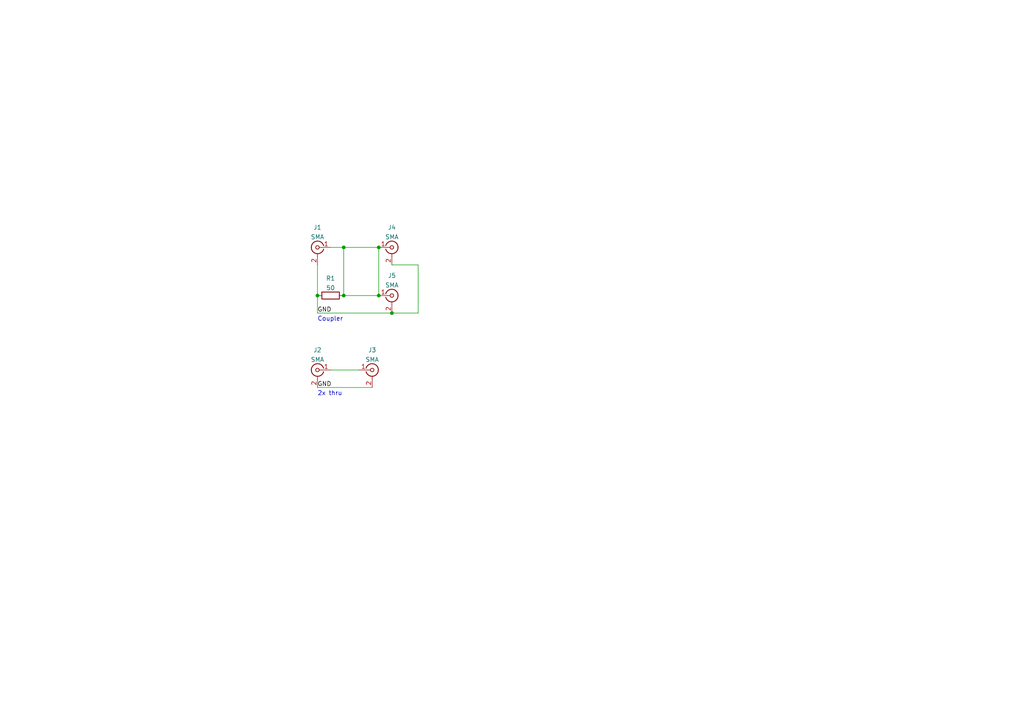
<source format=kicad_sch>
(kicad_sch (version 20211123) (generator eeschema)
  (paper "A4")
  (lib_symbols
    (symbol "conn:CONN_COAXIAL" (pin_names (offset 1.016) hide)
      (property "Reference" "J" (at 0.254 3.048 0))
      (property "Value" "CONN_COAXIAL" (at 2.921 0 90))
      (symbol "CONN_COAXIAL_0_1"
        (arc (start -1.778 -0.508) (mid 0.222 -1.808) (end 1.778 0) (stroke (width 0.254)))
        (polyline (pts (xy -1.27 0) (xy -0.508 0)))
        (polyline (pts (xy 0 -2.54) (xy 0 -1.778)))
        (circle (center 0 0) (radius 0.508) (stroke (width 0.2032)))
        (arc (start 1.778 0) (mid 0.2221 1.8083) (end -1.778 0.508) (stroke (width 0.254)))
      )
      (symbol "CONN_COAXIAL_1_1"
        (pin passive line (at -3.81 0 0) (length 2.54) (name "In") (number "1"))
        (pin passive line (at 0 -5.08 90) (length 2.54) (name "Ext") (number "2"))
      )
    )
    (symbol "device:R" (pin_numbers hide) (pin_names (offset 0))
      (property "Reference" "R" (at 2.032 0 90))
      (property "Value" "R" (at 0 0 90))
      (symbol "R_0_1"
        (rectangle (start -1.016 -2.54) (end 1.016 2.54) (stroke (width 0.254)))
      )
      (symbol "R_1_1"
        (pin passive line (at 0 3.81 270) (length 1.27) (name "~") (number "1"))
        (pin passive line (at 0 -3.81 90) (length 1.27) (name "~") (number "2"))
      )
    )
  )
  (junction (at 99.695 71.755))
  (junction (at 113.665 90.805))
  (junction (at 99.695 85.725))
  (junction (at 92.075 85.725))
  (junction (at 109.855 85.725))
  (junction (at 109.855 71.755))
  (wire (pts (xy 95.885 107.315) (xy 104.14 107.315)))
  (wire (pts (xy 99.695 85.725) (xy 109.855 85.725)))
  (wire (pts (xy 121.285 90.805) (xy 121.285 76.835)))
  (wire (pts (xy 92.075 85.725) (xy 92.075 90.805)))
  (wire (pts (xy 99.695 71.755) (xy 99.695 85.725)))
  (wire (pts (xy 121.285 76.835) (xy 113.665 76.835)))
  (wire (pts (xy 92.075 90.805) (xy 113.665 90.805)))
  (wire (pts (xy 92.075 112.395) (xy 107.95 112.395)))
  (wire (pts (xy 99.695 71.755) (xy 109.855 71.755)))
  (wire (pts (xy 92.075 76.835) (xy 92.075 85.725)))
  (wire (pts (xy 109.855 71.755) (xy 109.855 85.725)))
  (wire (pts (xy 95.885 71.755) (xy 99.695 71.755)))
  (wire (pts (xy 113.665 90.805) (xy 121.285 90.805)))
  (text "Coupler" (at 92.075 93.345 0) (effects (font (size 1.27 1.27)) (justify left bottom)))
  (text "2x thru" (at 92.075 114.935 0) (effects (font (size 1.27 1.27)) (justify left bottom)))
  (label "GND" (at 92.075 90.805 0))
  (label "GND" (at 92.075 112.395 0))
  (symbol (lib_id "conn:CONN_COAXIAL") (at 92.075 71.755 0) (mirror y) (unit 1)
    (property "Reference" "J1" (at 92.0749 65.9619 0))
    (property "Value" "SMA" (at 92.0749 68.737 0))
    (property "Footprint" "azonenberg_pcb:CONN_SMA_EDGE_SAMTEC_SMA_J_P_H_ST_EM1" (effects hide))
  )
  (symbol (lib_id "conn:CONN_COAXIAL") (at 107.95 107.315 0) (unit 1)
    (property "Reference" "J3" (at 107.9501 101.5219 0))
    (property "Value" "SMA" (at 107.9501 104.297 0))
    (property "Footprint" "azonenberg_pcb:CONN_SMA_EDGE_SAMTEC_SMA_J_P_H_ST_EM1" (effects hide))
  )
  (symbol (lib_id "conn:CONN_COAXIAL") (at 113.665 71.755 0) (unit 1)
    (property "Reference" "J4" (at 113.6651 65.9619 0))
    (property "Value" "SMA" (at 113.6651 68.737 0))
    (property "Footprint" "azonenberg_pcb:CONN_SMA_EDGE_SAMTEC_SMA_J_P_H_ST_EM1" (effects hide))
  )
  (symbol (lib_id "conn:CONN_COAXIAL") (at 92.075 107.315 0) (mirror y) (unit 1)
    (property "Reference" "J2" (at 92.0749 101.5219 0))
    (property "Value" "SMA" (at 92.0749 104.297 0))
    (property "Footprint" "azonenberg_pcb:CONN_SMA_EDGE_SAMTEC_SMA_J_P_H_ST_EM1" (effects hide))
  )
  (symbol (lib_id "conn:CONN_COAXIAL") (at 113.665 85.725 0) (unit 1)
    (property "Reference" "J5" (at 113.6651 79.9319 0))
    (property "Value" "SMA" (at 113.6651 82.707 0))
    (property "Footprint" "azonenberg_pcb:CONN_SMA_EDGE_SAMTEC_SMA_J_P_H_ST_EM1" (effects hide))
  )
  (symbol (lib_id "device:R") (at 95.885 85.725 270) (unit 1)
    (property "Reference" "R1" (at 95.885 80.7425 90))
    (property "Value" "50" (at 95.885 83.5176 90))
    (property "Footprint" "azonenberg_pcb:EIA_0402_RES_NOSILK_FLIPCHIP" (effects hide))
  )
)
</source>
